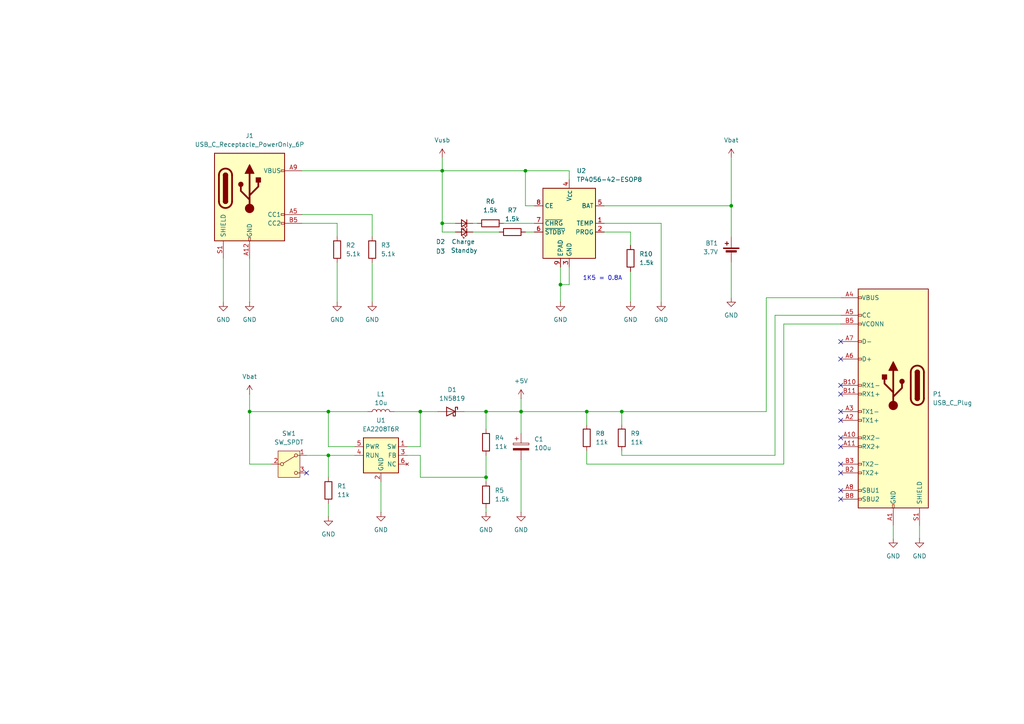
<source format=kicad_sch>
(kicad_sch (version 20250114) (generator "eeschema") (generator_version "9.0")
  (paper "A4")
  (lib_symbols
    (symbol "Battery_Management:TP4056-42-ESOP8"
      (property "Reference" "U" (at -6.604 11.684 0))
      (property "Value" "TP4056-42-ESOP8" (at 10.16 11.684 0))
      (symbol "TP4056-42-ESOP8_1_0"
        (pin input line (at -10.16 5.08 0) (length 2.54) (name "CE") (number "8"))
        (pin open_collector line (at -10.16 0 0) (length 2.54) (name "~{CHRG}") (number "7"))
        (pin open_collector line (at -10.16 -2.54 0) (length 2.54) (name "~{STDBY}") (number "6"))
        (pin passive line (at -2.54 -12.7 90) (length 2.54) (name "EPAD") (number "9"))
        (pin power_in line (at 0 12.7 270) (length 2.54) (name "V_{CC}") (number "4"))
        (pin power_in line (at 0 -12.7 90) (length 2.54) (name "GND") (number "3"))
        (pin power_out line (at 10.16 5.08 180) (length 2.54) (name "BAT") (number "5"))
        (pin input line (at 10.16 0 180) (length 2.54) (name "TEMP") (number "1"))
        (pin passive line (at 10.16 -2.54 180) (length 2.54) (name "PROG") (number "2"))
      )
      (symbol "TP4056-42-ESOP8_1_1"
        (rectangle (start -7.62 10.16) (end 7.62 -10.16) (stroke (width 0.254)) (fill (type background)))
      )
    )
    (symbol "Connector:USB_C_Plug" (pin_names (offset 1.016))
      (property "Reference" "P" (at -10.16 29.21 0))
      (property "Value" "USB_C_Plug" (at 10.16 29.21 0))
      (symbol "USB_C_Plug_0_0"
        (rectangle (start -0.254 -35.56) (end 0.254 -34.544))
        (rectangle (start 10.16 25.654) (end 9.144 25.146))
        (rectangle (start 10.16 20.574) (end 9.144 20.066))
        (rectangle (start 10.16 18.034) (end 9.144 17.526))
        (rectangle (start 10.16 12.954) (end 9.144 12.446))
        (rectangle (start 10.16 7.874) (end 9.144 7.366))
        (rectangle (start 10.16 0.254) (end 9.144 -0.254))
        (rectangle (start 10.16 -2.286) (end 9.144 -2.794))
        (rectangle (start 10.16 -7.366) (end 9.144 -7.874))
        (rectangle (start 10.16 -9.906) (end 9.144 -10.414))
        (rectangle (start 10.16 -14.986) (end 9.144 -15.494))
        (rectangle (start 10.16 -17.526) (end 9.144 -18.034))
        (rectangle (start 10.16 -22.606) (end 9.144 -23.114))
        (rectangle (start 10.16 -25.146) (end 9.144 -25.654))
        (rectangle (start 10.16 -30.226) (end 9.144 -30.734))
        (rectangle (start 10.16 -32.766) (end 9.144 -33.274))
      )
      (symbol "USB_C_Plug_0_1"
        (rectangle (start -10.16 27.94) (end 10.16 -35.56) (stroke (width 0.254)) (fill (type background)))
        (polyline (pts (xy -8.89 -3.81) (xy -8.89 3.81)) (stroke (width 0.508)))
        (rectangle (start -7.62 -3.81) (end -6.35 3.81) (stroke (width 0.254)) (fill (type outline)))
        (arc (start -7.62 3.81) (mid -6.985 4.4423) (end -6.35 3.81) (stroke (width 0.254)))
        (arc (start -7.62 3.81) (mid -6.985 4.4423) (end -6.35 3.81) (stroke (width 0.254)) (fill (type outline)))
        (arc (start -8.89 3.81) (mid -6.985 5.7067) (end -5.08 3.81) (stroke (width 0.508)))
        (arc (start -5.08 -3.81) (mid -6.985 -5.7067) (end -8.89 -3.81) (stroke (width 0.508)))
        (arc (start -6.35 -3.81) (mid -6.985 -4.4423) (end -7.62 -3.81) (stroke (width 0.254)))
        (arc (start -6.35 -3.81) (mid -6.985 -4.4423) (end -7.62 -3.81) (stroke (width 0.254)) (fill (type outline)))
        (polyline (pts (xy -5.08 3.81) (xy -5.08 -3.81)) (stroke (width 0.508)))
      )
      (symbol "USB_C_Plug_1_1"
        (circle (center -2.54 1.143) (radius 0.635) (stroke (width 0.254)) (fill (type outline)))
        (polyline (pts (xy -1.27 4.318) (xy 0 6.858) (xy 1.27 4.318) (xy -1.27 4.318)) (stroke (width 0.254)) (fill (type outline)))
        (polyline (pts (xy 0 -2.032) (xy 2.54 0.508) (xy 2.54 1.778)) (stroke (width 0.508)))
        (polyline (pts (xy 0 -3.302) (xy -2.54 -0.762) (xy -2.54 0.508)) (stroke (width 0.508)))
        (polyline (pts (xy 0 -5.842) (xy 0 4.318)) (stroke (width 0.508)))
        (circle (center 0 -5.842) (radius 1.27) (fill (type outline)))
        (rectangle (start 1.905 1.778) (end 3.175 3.048) (stroke (width 0.254)) (fill (type outline)))
        (pin passive line (at -7.62 -40.64 90) (length 5.08) (name "SHIELD") (number "S1"))
        (pin passive line (at 0 -40.64 90) (length 5.08) (name "GND") (number "A1"))
        (pin passive line (at 0 -40.64 90) (length 5.08) (hide yes) (name "GND") (number "A12"))
        (pin passive line (at 0 -40.64 90) (length 5.08) (hide yes) (name "GND") (number "B1"))
        (pin passive line (at 0 -40.64 90) (length 5.08) (hide yes) (name "GND") (number "B12"))
        (pin passive line (at 15.24 25.4 180) (length 5.08) (name "VBUS") (number "A4"))
        (pin passive line (at 15.24 25.4 180) (length 5.08) (hide yes) (name "VBUS") (number "A9"))
        (pin passive line (at 15.24 25.4 180) (length 5.08) (hide yes) (name "VBUS") (number "B4"))
        (pin passive line (at 15.24 25.4 180) (length 5.08) (hide yes) (name "VBUS") (number "B9"))
        (pin bidirectional line (at 15.24 20.32 180) (length 5.08) (name "CC") (number "A5"))
        (pin bidirectional line (at 15.24 17.78 180) (length 5.08) (name "VCONN") (number "B5"))
        (pin bidirectional line (at 15.24 12.7 180) (length 5.08) (name "D-") (number "A7"))
        (pin bidirectional line (at 15.24 7.62 180) (length 5.08) (name "D+") (number "A6"))
        (pin bidirectional line (at 15.24 0 180) (length 5.08) (name "RX1-") (number "B10"))
        (pin bidirectional line (at 15.24 -2.54 180) (length 5.08) (name "RX1+") (number "B11"))
        (pin bidirectional line (at 15.24 -7.62 180) (length 5.08) (name "TX1-") (number "A3"))
        (pin bidirectional line (at 15.24 -10.16 180) (length 5.08) (name "TX1+") (number "A2"))
        (pin bidirectional line (at 15.24 -15.24 180) (length 5.08) (name "RX2-") (number "A10"))
        (pin bidirectional line (at 15.24 -17.78 180) (length 5.08) (name "RX2+") (number "A11"))
        (pin bidirectional line (at 15.24 -22.86 180) (length 5.08) (name "TX2-") (number "B3"))
        (pin bidirectional line (at 15.24 -25.4 180) (length 5.08) (name "TX2+") (number "B2"))
        (pin bidirectional line (at 15.24 -30.48 180) (length 5.08) (name "SBU1") (number "A8"))
        (pin bidirectional line (at 15.24 -33.02 180) (length 5.08) (name "SBU2") (number "B8"))
      )
    )
    (symbol "Connector:USB_C_Receptacle_PowerOnly_6P" (pin_names (offset 1.016))
      (property "Reference" "J" (at 0 16.51 0))
      (property "Value" "USB_C_Receptacle_PowerOnly_6P" (at 0 13.97 0))
      (symbol "USB_C_Receptacle_PowerOnly_6P_0_0"
        (rectangle (start -0.254 -12.7) (end 0.254 -11.684))
        (rectangle (start 10.16 7.874) (end 9.144 7.366))
        (rectangle (start 10.16 -4.826) (end 9.144 -5.334))
        (rectangle (start 10.16 -7.366) (end 9.144 -7.874))
      )
      (symbol "USB_C_Receptacle_PowerOnly_6P_0_1"
        (rectangle (start -10.16 12.7) (end 10.16 -12.7) (stroke (width 0.254)) (fill (type background)))
        (polyline (pts (xy -8.89 -1.27) (xy -8.89 6.35)) (stroke (width 0.508)))
        (rectangle (start -7.62 -1.27) (end -6.35 6.35) (stroke (width 0.254)) (fill (type outline)))
        (arc (start -7.62 6.35) (mid -6.985 6.9823) (end -6.35 6.35) (stroke (width 0.254)))
        (arc (start -7.62 6.35) (mid -6.985 6.9823) (end -6.35 6.35) (stroke (width 0.254)) (fill (type outline)))
        (arc (start -8.89 6.35) (mid -6.985 8.2467) (end -5.08 6.35) (stroke (width 0.508)))
        (arc (start -5.08 -1.27) (mid -6.985 -3.1667) (end -8.89 -1.27) (stroke (width 0.508)))
        (arc (start -6.35 -1.27) (mid -6.985 -1.9023) (end -7.62 -1.27) (stroke (width 0.254)))
        (arc (start -6.35 -1.27) (mid -6.985 -1.9023) (end -7.62 -1.27) (stroke (width 0.254)) (fill (type outline)))
        (polyline (pts (xy -5.08 6.35) (xy -5.08 -1.27)) (stroke (width 0.508)))
        (circle (center -2.54 3.683) (radius 0.635) (stroke (width 0.254)) (fill (type outline)))
        (polyline (pts (xy -1.27 6.858) (xy 0 9.398) (xy 1.27 6.858) (xy -1.27 6.858)) (stroke (width 0.254)) (fill (type outline)))
        (polyline (pts (xy 0 0.508) (xy 2.54 3.048) (xy 2.54 4.318)) (stroke (width 0.508)))
        (polyline (pts (xy 0 -0.762) (xy -2.54 1.778) (xy -2.54 3.048)) (stroke (width 0.508)))
        (polyline (pts (xy 0 -3.302) (xy 0 6.858)) (stroke (width 0.508)))
        (circle (center 0 -3.302) (radius 1.27) (fill (type outline)))
        (rectangle (start 1.905 4.318) (end 3.175 5.588) (stroke (width 0.254)) (fill (type outline)))
      )
      (symbol "USB_C_Receptacle_PowerOnly_6P_1_1"
        (pin passive line (at -7.62 -17.78 90) (length 5.08) (name "SHIELD") (number "S1"))
        (pin passive line (at 0 -17.78 90) (length 5.08) (name "GND") (number "A12"))
        (pin passive line (at 0 -17.78 90) (length 5.08) (hide yes) (name "GND") (number "B12"))
        (pin passive line (at 15.24 7.62 180) (length 5.08) (name "VBUS") (number "A9"))
        (pin passive line (at 15.24 7.62 180) (length 5.08) (hide yes) (name "VBUS") (number "B9"))
        (pin bidirectional line (at 15.24 -5.08 180) (length 5.08) (name "CC1") (number "A5"))
        (pin bidirectional line (at 15.24 -7.62 180) (length 5.08) (name "CC2") (number "B5"))
      )
    )
    (symbol "Device:Battery_Cell" (pin_numbers (hide yes)) (pin_names (offset 0) (hide yes))
      (property "Reference" "BT" (at 2.54 2.54 0))
      (property "Value" "Battery_Cell" (at 2.54 0 0))
      (symbol "Battery_Cell_0_1"
        (rectangle (start -2.286 1.778) (end 2.286 1.524) (fill (type outline)))
        (rectangle (start -1.524 1.016) (end 1.524 0.508) (fill (type outline)))
        (polyline (pts (xy 0 1.778) (xy 0 2.54)))
        (polyline (pts (xy 0 0.762) (xy 0 0)))
        (polyline (pts (xy 0.762 3.048) (xy 1.778 3.048)) (stroke (width 0.254)))
        (polyline (pts (xy 1.27 3.556) (xy 1.27 2.54)) (stroke (width 0.254)))
      )
      (symbol "Battery_Cell_1_1"
        (pin passive line (at 0 5.08 270) (length 2.54) (name "+") (number "1"))
        (pin passive line (at 0 -2.54 90) (length 2.54) (name "-") (number "2"))
      )
    )
    (symbol "Device:C_Polarized" (pin_numbers (hide yes)) (pin_names (offset 0.254))
      (property "Reference" "C" (at 0.635 2.54 0))
      (property "Value" "C_Polarized" (at 0.635 -2.54 0))
      (symbol "C_Polarized_0_1"
        (rectangle (start -2.286 0.508) (end 2.286 1.016))
        (polyline (pts (xy -1.778 2.286) (xy -0.762 2.286)))
        (polyline (pts (xy -1.27 2.794) (xy -1.27 1.778)))
        (rectangle (start 2.286 -0.508) (end -2.286 -1.016) (fill (type outline)))
      )
      (symbol "C_Polarized_1_1"
        (pin passive line (at 0 3.81 270) (length 2.794) (name "~") (number "1"))
        (pin passive line (at 0 -3.81 90) (length 2.794) (name "~") (number "2"))
      )
    )
    (symbol "Device:L" (pin_numbers (hide yes)) (pin_names (offset 1.016) (hide yes))
      (property "Reference" "L" (at -1.27 0 90))
      (property "Value" "L" (at 1.905 0 90))
      (symbol "L_0_1"
        (arc (start 0 2.54) (mid 0.6323 1.905) (end 0 1.27))
        (arc (start 0 1.27) (mid 0.6323 0.635) (end 0 0))
        (arc (start 0 0) (mid 0.6323 -0.635) (end 0 -1.27))
        (arc (start 0 -1.27) (mid 0.6323 -1.905) (end 0 -2.54))
      )
      (symbol "L_1_1"
        (pin passive line (at 0 3.81 270) (length 1.27) (name "1") (number "1"))
        (pin passive line (at 0 -3.81 90) (length 1.27) (name "2") (number "2"))
      )
    )
    (symbol "Device:LED_Small" (pin_numbers (hide yes)) (pin_names (offset 0.254) (hide yes))
      (property "Reference" "D" (at -1.27 3.175 0))
      (property "Value" "LED_Small" (at -4.445 -2.54 0))
      (symbol "LED_Small_0_1"
        (polyline (pts (xy -0.762 -1.016) (xy -0.762 1.016)) (stroke (width 0.254)))
        (polyline (pts (xy 0 0.762) (xy -0.508 1.27) (xy -0.254 1.27) (xy -0.508 1.27) (xy -0.508 1.016)))
        (polyline (pts (xy 0.508 1.27) (xy 0 1.778) (xy 0.254 1.778) (xy 0 1.778) (xy 0 1.524)))
        (polyline (pts (xy 0.762 -1.016) (xy -0.762 0) (xy 0.762 1.016) (xy 0.762 -1.016)) (stroke (width 0.254)))
        (polyline (pts (xy 1.016 0) (xy -0.762 0)))
      )
      (symbol "LED_Small_1_1"
        (pin passive line (at -2.54 0 0) (length 1.778) (name "K") (number "1"))
        (pin passive line (at 2.54 0 180) (length 1.778) (name "A") (number "2"))
      )
    )
    (symbol "Device:R" (pin_numbers (hide yes)) (pin_names (offset 0))
      (property "Reference" "R" (at 2.032 0 90))
      (property "Value" "R" (at 0 0 90))
      (symbol "R_0_1"
        (rectangle (start -1.016 -2.54) (end 1.016 2.54) (stroke (width 0.254)))
      )
      (symbol "R_1_1"
        (pin passive line (at 0 3.81 270) (length 1.27) (name "~") (number "1"))
        (pin passive line (at 0 -3.81 90) (length 1.27) (name "~") (number "2"))
      )
    )
    (symbol "Diode:1N5819" (pin_numbers (hide yes)) (pin_names (offset 1.016) (hide yes))
      (property "Reference" "D" (at 0 2.54 0))
      (property "Value" "1N5819" (at 0 -2.54 0))
      (symbol "1N5819_0_1"
        (polyline (pts (xy -1.905 0.635) (xy -1.905 1.27) (xy -1.27 1.27) (xy -1.27 -1.27) (xy -0.635 -1.27) (xy -0.635 -0.635)) (stroke (width 0.254)))
        (polyline (pts (xy 1.27 1.27) (xy 1.27 -1.27) (xy -1.27 0) (xy 1.27 1.27)) (stroke (width 0.254)))
        (polyline (pts (xy 1.27 0) (xy -1.27 0)))
      )
      (symbol "1N5819_1_1"
        (pin passive line (at -3.81 0 0) (length 2.54) (name "K") (number "1"))
        (pin passive line (at 3.81 0 180) (length 2.54) (name "A") (number "2"))
      )
    )
    (symbol "Switch:SW_SPDT" (pin_names (offset 0) (hide yes))
      (property "Reference" "SW" (at 0 5.08 0))
      (property "Value" "SW_SPDT" (at 0 -5.08 0))
      (symbol "SW_SPDT_0_1"
        (circle (center -2.032 0) (radius 0.4572))
        (polyline (pts (xy -1.651 0.254) (xy 1.651 2.286)))
        (circle (center 2.032 2.54) (radius 0.4572))
        (circle (center 2.032 -2.54) (radius 0.4572))
      )
      (symbol "SW_SPDT_1_1"
        (rectangle (start -3.175 3.81) (end 3.175 -3.81) (fill (type background)))
        (pin passive line (at -5.08 0 0) (length 2.54) (name "B") (number "2"))
        (pin passive line (at 5.08 2.54 180) (length 2.54) (name "A") (number "1"))
        (pin passive line (at 5.08 -2.54 180) (length 2.54) (name "C") (number "3"))
      )
    )
    (symbol "TPS62A01PDDC_1"
      (property "Reference" "U10" (at 0 10.16 0))
      (property "Value" "EA2208T6R" (at 0 7.62 0))
      (symbol "TPS62A01PDDC_1_0_1"
        (rectangle (start -5.08 5.08) (end 5.08 -5.08) (stroke (width 0.254)) (fill (type background)))
      )
      (symbol "TPS62A01PDDC_1_1_1"
        (pin power_in line (at -7.62 2.54 0) (length 2.54) (name "PWR") (number "5"))
        (pin input line (at -7.62 0 0) (length 2.54) (name "RUN") (number "4"))
        (pin power_in line (at 0 -7.62 90) (length 2.54) (name "GND") (number "2"))
        (pin power_out line (at 7.62 2.54 180) (length 2.54) (name "SW") (number "1"))
        (pin input line (at 7.62 0 180) (length 2.54) (name "FB") (number "3"))
        (pin no_connect line (at 7.62 -2.54 180) (length 2.54) (name "NC") (number "6"))
      )
    )
    (symbol "power:+5V" (power) (pin_numbers (hide yes)) (pin_names (offset 0) (hide yes))
      (property "Value" "+5V" (at 0 3.556 0))
      (symbol "+5V_0_1"
        (polyline (pts (xy -0.762 1.27) (xy 0 2.54)))
        (polyline (pts (xy 0 2.54) (xy 0.762 1.27)))
        (polyline (pts (xy 0 0) (xy 0 2.54)))
      )
      (symbol "+5V_1_1"
        (pin power_in line (at 0 0 90) (length 0) (name "~") (number "1"))
      )
    )
    (symbol "power:+BATT" (power) (pin_numbers (hide yes)) (pin_names (offset 0) (hide yes))
      (property "Value" "+BATT" (at 0 3.556 0))
      (symbol "+BATT_0_1"
        (polyline (pts (xy -0.762 1.27) (xy 0 2.54)))
        (polyline (pts (xy 0 2.54) (xy 0.762 1.27)))
        (polyline (pts (xy 0 0) (xy 0 2.54)))
      )
      (symbol "+BATT_1_1"
        (pin power_in line (at 0 0 90) (length 0) (name "~") (number "1"))
      )
    )
    (symbol "power:GND" (power) (pin_numbers (hide yes)) (pin_names (offset 0) (hide yes))
      (property "Value" "GND" (at 0 -3.81 0))
      (symbol "GND_0_1"
        (polyline (pts (xy 0 0) (xy 0 -1.27) (xy 1.27 -1.27) (xy 0 -2.54) (xy -1.27 -1.27) (xy 0 -1.27)))
      )
      (symbol "GND_1_1"
        (pin power_in line (at 0 0 270) (length 0) (name "~") (number "1"))
      )
    )
  )
  (text "1K5 = 0.8A" (at 174.752 80.772 0) (effects (font (size 1.27 1.27))))
  (junction (at 140.97 119.38))
  (junction (at 151.13 119.38))
  (junction (at 95.25 119.38))
  (junction (at 121.92 119.38))
  (junction (at 95.25 132.08))
  (junction (at 180.34 119.38))
  (junction (at 162.56 82.55))
  (junction (at 212.09 59.69))
  (junction (at 128.27 49.53))
  (junction (at 170.18 119.38))
  (junction (at 152.4 49.53))
  (junction (at 72.39 119.38))
  (junction (at 128.27 64.77))
  (junction (at 140.97 138.43))
  (no_connect (at 243.84 111.76))
  (no_connect (at 243.84 134.62))
  (no_connect (at 243.84 137.16))
  (no_connect (at 243.84 127))
  (no_connect (at 88.9 137.16))
  (no_connect (at 243.84 121.92))
  (no_connect (at 243.84 114.3))
  (no_connect (at 243.84 119.38))
  (no_connect (at 243.84 129.54))
  (no_connect (at 243.84 104.14))
  (no_connect (at 243.84 144.78))
  (no_connect (at 243.84 99.06))
  (no_connect (at 243.84 142.24))
  (wire (pts (xy 170.18 134.62) (xy 227.33 134.62)))
  (wire (pts (xy 162.56 82.55) (xy 162.56 87.63)))
  (wire (pts (xy 140.97 132.08) (xy 140.97 138.43)))
  (wire (pts (xy 97.79 87.63) (xy 97.79 76.2)))
  (wire (pts (xy 175.26 64.77) (xy 191.77 64.77)))
  (wire (pts (xy 128.27 64.77) (xy 128.27 67.31)))
  (wire (pts (xy 87.63 49.53) (xy 128.27 49.53)))
  (wire (pts (xy 114.3 119.38) (xy 121.92 119.38)))
  (wire (pts (xy 72.39 119.38) (xy 72.39 134.62)))
  (wire (pts (xy 212.09 76.2) (xy 212.09 86.36)))
  (wire (pts (xy 224.79 91.44) (xy 224.79 132.08)))
  (wire (pts (xy 151.13 133.35) (xy 151.13 148.59)))
  (wire (pts (xy 180.34 130.81) (xy 180.34 132.08)))
  (wire (pts (xy 121.92 129.54) (xy 121.92 119.38)))
  (wire (pts (xy 95.25 119.38) (xy 106.68 119.38)))
  (wire (pts (xy 162.56 77.47) (xy 162.56 82.55)))
  (wire (pts (xy 140.97 119.38) (xy 140.97 124.46)))
  (wire (pts (xy 121.92 132.08) (xy 118.11 132.08)))
  (wire (pts (xy 154.94 59.69) (xy 152.4 59.69)))
  (wire (pts (xy 227.33 134.62) (xy 227.33 93.98)))
  (wire (pts (xy 128.27 49.53) (xy 152.4 49.53)))
  (wire (pts (xy 243.84 91.44) (xy 224.79 91.44)))
  (wire (pts (xy 72.39 87.63) (xy 72.39 74.93)))
  (wire (pts (xy 95.25 132.08) (xy 102.87 132.08)))
  (wire (pts (xy 259.08 156.21) (xy 259.08 152.4)))
  (wire (pts (xy 128.27 49.53) (xy 128.27 64.77)))
  (wire (pts (xy 165.1 82.55) (xy 162.56 82.55)))
  (wire (pts (xy 175.26 59.69) (xy 212.09 59.69)))
  (wire (pts (xy 87.63 62.23) (xy 107.95 62.23)))
  (wire (pts (xy 140.97 138.43) (xy 121.92 138.43)))
  (wire (pts (xy 152.4 67.31) (xy 154.94 67.31)))
  (wire (pts (xy 95.25 132.08) (xy 95.25 138.43)))
  (wire (pts (xy 128.27 49.53) (xy 128.27 45.72)))
  (wire (pts (xy 222.25 119.38) (xy 222.25 86.36)))
  (wire (pts (xy 72.39 114.3) (xy 72.39 119.38)))
  (wire (pts (xy 182.88 71.12) (xy 182.88 67.31)))
  (wire (pts (xy 165.1 49.53) (xy 165.1 52.07)))
  (wire (pts (xy 95.25 146.05) (xy 95.25 149.86)))
  (wire (pts (xy 182.88 78.74) (xy 182.88 87.63)))
  (wire (pts (xy 222.25 86.36) (xy 243.84 86.36)))
  (wire (pts (xy 102.87 129.54) (xy 95.25 129.54)))
  (wire (pts (xy 266.7 156.21) (xy 266.7 152.4)))
  (wire (pts (xy 151.13 119.38) (xy 151.13 125.73)))
  (wire (pts (xy 152.4 59.69) (xy 152.4 49.53)))
  (wire (pts (xy 191.77 64.77) (xy 191.77 87.63)))
  (wire (pts (xy 88.9 132.08) (xy 95.25 132.08)))
  (wire (pts (xy 152.4 49.53) (xy 165.1 49.53)))
  (wire (pts (xy 134.62 119.38) (xy 140.97 119.38)))
  (wire (pts (xy 170.18 119.38) (xy 170.18 123.19)))
  (wire (pts (xy 140.97 147.32) (xy 140.97 148.59)))
  (wire (pts (xy 121.92 138.43) (xy 121.92 132.08)))
  (wire (pts (xy 107.95 87.63) (xy 107.95 76.2)))
  (wire (pts (xy 140.97 138.43) (xy 140.97 139.7)))
  (wire (pts (xy 95.25 129.54) (xy 95.25 119.38)))
  (wire (pts (xy 107.95 62.23) (xy 107.95 68.58)))
  (wire (pts (xy 137.16 64.77) (xy 138.43 64.77)))
  (wire (pts (xy 180.34 132.08) (xy 224.79 132.08)))
  (wire (pts (xy 64.77 87.63) (xy 64.77 74.93)))
  (wire (pts (xy 78.74 134.62) (xy 72.39 134.62)))
  (wire (pts (xy 227.33 93.98) (xy 243.84 93.98)))
  (wire (pts (xy 128.27 67.31) (xy 132.08 67.31)))
  (wire (pts (xy 146.05 64.77) (xy 154.94 64.77)))
  (wire (pts (xy 110.49 139.7) (xy 110.49 148.59)))
  (wire (pts (xy 87.63 64.77) (xy 97.79 64.77)))
  (wire (pts (xy 128.27 64.77) (xy 132.08 64.77)))
  (wire (pts (xy 165.1 77.47) (xy 165.1 82.55)))
  (wire (pts (xy 72.39 119.38) (xy 95.25 119.38)))
  (wire (pts (xy 180.34 119.38) (xy 180.34 123.19)))
  (wire (pts (xy 175.26 67.31) (xy 182.88 67.31)))
  (wire (pts (xy 140.97 119.38) (xy 151.13 119.38)))
  (wire (pts (xy 212.09 59.69) (xy 212.09 68.58)))
  (wire (pts (xy 151.13 115.57) (xy 151.13 119.38)))
  (wire (pts (xy 170.18 134.62) (xy 170.18 130.81)))
  (wire (pts (xy 97.79 64.77) (xy 97.79 68.58)))
  (wire (pts (xy 212.09 45.72) (xy 212.09 59.69)))
  (wire (pts (xy 137.16 67.31) (xy 144.78 67.31)))
  (wire (pts (xy 118.11 129.54) (xy 121.92 129.54)))
  (wire (pts (xy 121.92 119.38) (xy 127 119.38)))
  (wire (pts (xy 170.18 119.38) (xy 180.34 119.38)))
  (wire (pts (xy 151.13 119.38) (xy 170.18 119.38)))
  (wire (pts (xy 180.34 119.38) (xy 222.25 119.38)))
  (symbol (lib_id "Device:R") (at 180.34 127 0) (unit 1)
    (property "Reference" "R9" (at 182.88 125.7299 0) (effects (justify left)))
    (property "Value" "11k" (at 182.88 128.2699 0) (effects (justify left)))
    (property "Footprint" "Resistor_THT:R_Axial_DIN0207_L6.3mm_D2.5mm_P10.16mm_Horizontal" (effects (hide yes)))
    (property "Description" "Resistor" (effects (hide yes)))
  )
  (symbol (lib_id "power:GND") (at 259.08 156.21 0) (unit 1)
    (property "Reference" "#PWR017" (effects (hide yes)))
    (property "Value" "GND" (at 259.08 161.29 0))
    (property "Description" "Power symbol creates a global label with name \"GND\" , ground" (effects (hide yes)))
  )
  (symbol (lib_id "Switch:SW_SPDT") (at 83.82 134.62 0) (unit 1)
    (property "Reference" "SW1" (at 83.82 125.73 0))
    (property "Value" "SW_SPDT" (at 83.82 128.27 0))
    (property "Footprint" "Connector_Molex:Molex_Micro-Fit_3.0_43650-0315_1x03_P3.00mm_Vertical" (effects (hide yes)))
    (property "Description" "Switch, single pole double throw" (effects (hide yes)))
  )
  (symbol (lib_id "power:GND") (at 191.77 87.63 0) (unit 1)
    (property "Reference" "#PWR014" (effects (hide yes)))
    (property "Value" "GND" (at 191.77 92.71 0))
    (property "Description" "Power symbol creates a global label with name \"GND\" , ground" (effects (hide yes)))
  )
  (symbol (lib_id "Device:R") (at 107.95 72.39 0) (unit 1)
    (property "Reference" "R3" (at 110.49 71.1199 0) (effects (justify left)))
    (property "Value" "5.1k" (at 110.49 73.6599 0) (effects (justify left)))
    (property "Footprint" "Resistor_THT:R_Axial_DIN0207_L6.3mm_D2.5mm_P10.16mm_Horizontal" (effects (hide yes)))
    (property "Description" "Resistor" (effects (hide yes)))
  )
  (symbol (lib_id "Device:L") (at 110.49 119.38 90) (unit 1)
    (property "Reference" "L1" (at 110.49 114.3 90))
    (property "Value" "10u" (at 110.49 116.84 90))
    (property "Footprint" "Inductor_SMD:L_7.3x7.3_H3.5" (effects (hide yes)))
    (property "Description" "Inductor" (effects (hide yes)))
  )
  (symbol (lib_id "Device:Battery_Cell") (at 212.09 73.66 0) (mirror y) (unit 1)
    (property "Reference" "BT1" (at 208.28 70.5484 0) (effects (justify left)))
    (property "Value" "3.7V" (at 208.28 73.0884 0) (effects (justify left)))
    (property "Footprint" "Battery:BatteryHolder_MPD_BK-18650-PC2" (effects (hide yes)))
    (property "Description" "Single-cell battery" (effects (hide yes)))
  )
  (symbol (lib_id "power:GND") (at 151.13 148.59 0) (unit 1)
    (property "Reference" "#PWR011" (effects (hide yes)))
    (property "Value" "GND" (at 151.13 153.67 0))
    (property "Description" "Power symbol creates a global label with name \"GND\" , ground" (effects (hide yes)))
  )
  (symbol (lib_id "power:GND") (at 140.97 148.59 0) (unit 1)
    (property "Reference" "#PWR09" (effects (hide yes)))
    (property "Value" "GND" (at 140.97 153.67 0))
    (property "Description" "Power symbol creates a global label with name \"GND\" , ground" (effects (hide yes)))
  )
  (symbol (lib_id "power:+5V") (at 128.27 45.72 0) (unit 1)
    (property "Reference" "#PWR08" (effects (hide yes)))
    (property "Value" "Vusb" (at 128.27 40.64 0))
    (property "Description" "Power symbol creates a global label with name \"+5V\"" (effects (hide yes)))
  )
  (symbol (lib_id "Device:C_Polarized") (at 151.13 129.54 0) (unit 1)
    (property "Reference" "C1" (at 154.94 127.3809 0) (effects (justify left)))
    (property "Value" "100u" (at 154.94 129.9209 0) (effects (justify left)))
    (property "Footprint" "Capacitor_THT:CP_Radial_D5.0mm_P2.00mm" (effects (hide yes)))
    (property "Description" "Polarized capacitor" (effects (hide yes)))
  )
  (symbol (lib_id "power:GND") (at 72.39 87.63 0) (unit 1)
    (property "Reference" "#PWR02" (effects (hide yes)))
    (property "Value" "GND" (at 72.39 92.71 0))
    (property "Description" "Power symbol creates a global label with name \"GND\" , ground" (effects (hide yes)))
  )
  (symbol (lib_id "Device:R") (at 97.79 72.39 0) (unit 1)
    (property "Reference" "R2" (at 100.33 71.1199 0) (effects (justify left)))
    (property "Value" "5.1k" (at 100.33 73.6599 0) (effects (justify left)))
    (property "Footprint" "Resistor_THT:R_Axial_DIN0207_L6.3mm_D2.5mm_P10.16mm_Horizontal" (effects (hide yes)))
    (property "Description" "Resistor" (effects (hide yes)))
  )
  (symbol (lib_id "Device:R") (at 170.18 127 0) (unit 1)
    (property "Reference" "R8" (at 172.72 125.7299 0) (effects (justify left)))
    (property "Value" "11k" (at 172.72 128.2699 0) (effects (justify left)))
    (property "Footprint" "Resistor_THT:R_Axial_DIN0207_L6.3mm_D2.5mm_P10.16mm_Horizontal" (effects (hide yes)))
    (property "Description" "Resistor" (effects (hide yes)))
  )
  (symbol (lib_id "Diode:1N5819") (at 130.81 119.38 0) (mirror y) (unit 1)
    (property "Reference" "D1" (at 131.1275 113.03 0))
    (property "Value" "1N5819" (at 131.1275 115.57 0))
    (property "Footprint" "Diode_THT:D_DO-41_SOD81_P10.16mm_Horizontal" (effects (hide yes)))
    (property "Datasheet" "http://www.vishay.com/docs/88525/1n5817.pdf" (effects (hide yes)))
    (property "Description" "40V 1A Schottky Barrier Rectifier Diode, DO-41" (effects (hide yes)))
  )
  (symbol (lib_id "power:+5V") (at 151.13 115.57 0) (unit 1)
    (property "Reference" "#PWR010" (effects (hide yes)))
    (property "Value" "+5V" (at 151.13 110.49 0))
    (property "Description" "Power symbol creates a global label with name \"+5V\"" (effects (hide yes)))
  )
  (symbol (lib_id "Device:LED_Small") (at 134.62 67.31 180) (unit 1)
    (property "Reference" "D3" (at 127.762 72.898 0))
    (property "Value" "Standby" (at 134.62 72.644 0))
    (property "Footprint" "LED_THT:LED_D5.0mm" (effects (hide yes)))
    (property "Description" "Light emitting diode, small symbol" (effects (hide yes)))
    (property "Sim.Pin" "1=K 2=A" (effects (hide yes)))
  )
  (symbol (lib_id "power:+BATT") (at 212.09 45.72 0) (unit 1)
    (property "Reference" "#PWR015" (effects (hide yes)))
    (property "Value" "Vbat" (at 212.09 40.64 0))
    (property "Description" "Power symbol creates a global label with name \"+BATT\"" (effects (hide yes)))
  )
  (symbol (lib_id "Device:R") (at 140.97 128.27 0) (unit 1)
    (property "Reference" "R4" (at 143.51 126.9999 0) (effects (justify left)))
    (property "Value" "11k" (at 143.51 129.5399 0) (effects (justify left)))
    (property "Footprint" "Resistor_THT:R_Axial_DIN0207_L6.3mm_D2.5mm_P10.16mm_Horizontal" (effects (hide yes)))
    (property "Description" "Resistor" (effects (hide yes)))
  )
  (symbol (lib_id "Device:R") (at 140.97 143.51 0) (unit 1)
    (property "Reference" "R5" (at 143.51 142.2399 0) (effects (justify left)))
    (property "Value" "1.5k" (at 143.51 144.7799 0) (effects (justify left)))
    (property "Footprint" "Resistor_THT:R_Axial_DIN0207_L6.3mm_D2.5mm_P10.16mm_Horizontal" (effects (hide yes)))
    (property "Description" "Resistor" (effects (hide yes)))
  )
  (symbol (lib_id "Connector:USB_C_Plug") (at 259.08 111.76 0) (mirror y) (unit 1)
    (property "Reference" "P1" (at 270.51 114.2999 0) (effects (justify right)))
    (property "Value" "USB_C_Plug" (at 270.51 116.8399 0) (effects (justify right)))
    (property "Footprint" "Connector_USB:USB_C_Plug_Molex_105444" (effects (hide yes)))
    (property "Datasheet" "https://www.usb.org/sites/default/files/documents/usb_type-c.zip" (effects (hide yes)))
    (property "Description" "USB Type-C Plug connector" (effects (hide yes)))
  )
  (symbol (lib_id "Device:R") (at 95.25 142.24 0) (unit 1)
    (property "Reference" "R1" (at 97.79 140.9699 0) (effects (justify left)))
    (property "Value" "11k" (at 97.79 143.5099 0) (effects (justify left)))
    (property "Footprint" "Resistor_THT:R_Axial_DIN0207_L6.3mm_D2.5mm_P10.16mm_Horizontal" (effects (hide yes)))
    (property "Description" "Resistor" (effects (hide yes)))
  )
  (symbol (lib_id "Battery_Management:TP4056-42-ESOP8") (at 165.1 64.77 0) (unit 1)
    (property "Reference" "U2" (at 167.2433 49.53 0) (effects (justify left)))
    (property "Value" "TP4056-42-ESOP8" (at 167.2433 52.07 0) (effects (justify left)))
    (property "Footprint" "Package_SO:SOIC-8-1EP_3.9x4.9mm_P1.27mm_EP2.41x3.3mm_ThermalVias" (effects (hide yes)))
    (property "Datasheet" "https://www.lcsc.com/datasheet/lcsc_datasheet_2410121619_TOPPOWER-Nanjing-Extension-Microelectronics-TP4056-42-ESOP8_C16581.pdf" (effects (hide yes)))
    (property "Description" "1A Standalone Linear Li-ion/LiPo single-cell battery charger, 4.2V ±1% charge voltage, VCC = 4.0..8.0V, SOIC-8 (SOP-8)" (effects (hide yes)))
  )
  (symbol (lib_id "Device:LED_Small") (at 134.62 64.77 180) (unit 1)
    (property "Reference" "D2" (at 127.762 70.104 0))
    (property "Value" "Charge" (at 134.366 70.104 0))
    (property "Footprint" "LED_THT:LED_D5.0mm" (effects (hide yes)))
    (property "Description" "Light emitting diode, small symbol" (effects (hide yes)))
    (property "Sim.Pin" "1=K 2=A" (effects (hide yes)))
  )
  (symbol (lib_name "TPS62A01PDDC_1") (lib_id "Regulator_Switching:TPS62A01PDDC") (at 110.49 132.08 0) (unit 1)
    (property "Reference" "U1" (at 110.49 121.92 0))
    (property "Value" "EA2208T6R" (at 110.49 124.46 0))
    (property "Footprint" "Package_TO_SOT_SMD:SOT-23-6" (effects (hide yes)))
    (property "Datasheet" "https://www.ti.com/lit/gpn/tps62a01" (effects (hide yes)))
    (property "Description" "High Efficiency Synchronous Buck Converter, Adjustable Output 0.6V-5.5V, 1A, Power Good, Enable, SOT-23-6" (effects (hide yes)))
  )
  (symbol (lib_id "power:GND") (at 107.95 87.63 0) (unit 1)
    (property "Reference" "#PWR06" (effects (hide yes)))
    (property "Value" "GND" (at 107.95 92.71 0))
    (property "Description" "Power symbol creates a global label with name \"GND\" , ground" (effects (hide yes)))
  )
  (symbol (lib_id "power:GND") (at 95.25 149.86 0) (unit 1)
    (property "Reference" "#PWR04" (effects (hide yes)))
    (property "Value" "GND" (at 95.25 154.94 0))
    (property "Description" "Power symbol creates a global label with name \"GND\" , ground" (effects (hide yes)))
  )
  (symbol (lib_id "power:GND") (at 162.56 87.63 0) (unit 1)
    (property "Reference" "#PWR012" (effects (hide yes)))
    (property "Value" "GND" (at 162.56 92.71 0))
    (property "Description" "Power symbol creates a global label with name \"GND\" , ground" (effects (hide yes)))
  )
  (symbol (lib_id "Device:R") (at 182.88 74.93 0) (unit 1)
    (property "Reference" "R10" (at 185.42 73.6599 0) (effects (justify left)))
    (property "Value" "1.5k" (at 185.42 76.1999 0) (effects (justify left)))
    (property "Footprint" "Resistor_THT:R_Axial_DIN0207_L6.3mm_D2.5mm_P10.16mm_Horizontal" (effects (hide yes)))
    (property "Description" "Resistor" (effects (hide yes)))
  )
  (symbol (lib_id "Connector:USB_C_Receptacle_PowerOnly_6P") (at 72.39 57.15 0) (unit 1)
    (property "Reference" "J1" (at 72.39 39.37 0))
    (property "Value" "USB_C_Receptacle_PowerOnly_6P" (at 72.39 41.91 0))
    (property "Footprint" "Connector_USB:USB_C_Receptacle_GCT_USB4125-xx-x-0190_6P_TopMnt_Horizontal" (effects (hide yes)))
    (property "Datasheet" "https://www.usb.org/sites/default/files/documents/usb_type-c.zip" (effects (hide yes)))
    (property "Description" "USB Power-Only 6P Type-C Receptacle connector" (effects (hide yes)))
  )
  (symbol (lib_id "power:GND") (at 212.09 86.36 0) (unit 1)
    (property "Reference" "#PWR016" (effects (hide yes)))
    (property "Value" "GND" (at 212.09 91.44 0))
    (property "Description" "Power symbol creates a global label with name \"GND\" , ground" (effects (hide yes)))
  )
  (symbol (lib_id "power:GND") (at 97.79 87.63 0) (unit 1)
    (property "Reference" "#PWR05" (effects (hide yes)))
    (property "Value" "GND" (at 97.79 92.71 0))
    (property "Description" "Power symbol creates a global label with name \"GND\" , ground" (effects (hide yes)))
  )
  (symbol (lib_id "power:GND") (at 110.49 148.59 0) (unit 1)
    (property "Reference" "#PWR07" (effects (hide yes)))
    (property "Value" "GND" (at 110.49 153.67 0))
    (property "Description" "Power symbol creates a global label with name \"GND\" , ground" (effects (hide yes)))
  )
  (symbol (lib_id "Device:R") (at 142.24 64.77 270) (unit 1)
    (property "Reference" "R6" (at 142.24 58.42 90))
    (property "Value" "1.5k" (at 142.24 60.96 90))
    (property "Footprint" "Resistor_THT:R_Axial_DIN0207_L6.3mm_D2.5mm_P10.16mm_Horizontal" (effects (hide yes)))
    (property "Description" "Resistor" (effects (hide yes)))
  )
  (symbol (lib_id "power:GND") (at 182.88 87.63 0) (unit 1)
    (property "Reference" "#PWR013" (effects (hide yes)))
    (property "Value" "GND" (at 182.88 92.71 0))
    (property "Description" "Power symbol creates a global label with name \"GND\" , ground" (effects (hide yes)))
  )
  (symbol (lib_id "power:GND") (at 266.7 156.21 0) (unit 1)
    (property "Reference" "#PWR018" (effects (hide yes)))
    (property "Value" "GND" (at 266.7 161.29 0))
    (property "Description" "Power symbol creates a global label with name \"GND\" , ground" (effects (hide yes)))
  )
  (symbol (lib_id "Device:R") (at 148.59 67.31 270) (unit 1)
    (property "Reference" "R7" (at 148.59 60.96 90))
    (property "Value" "1.5k" (at 148.59 63.5 90))
    (property "Footprint" "Resistor_THT:R_Axial_DIN0207_L6.3mm_D2.5mm_P10.16mm_Horizontal" (effects (hide yes)))
    (property "Description" "Resistor" (effects (hide yes)))
  )
  (symbol (lib_id "power:GND") (at 64.77 87.63 0) (unit 1)
    (property "Reference" "#PWR01" (effects (hide yes)))
    (property "Value" "GND" (at 64.77 92.71 0))
    (property "Description" "Power symbol creates a global label with name \"GND\" , ground" (effects (hide yes)))
  )
  (symbol (lib_id "power:+BATT") (at 72.39 114.3 0) (unit 1)
    (property "Reference" "#PWR03" (effects (hide yes)))
    (property "Value" "Vbat" (at 72.39 109.22 0))
    (property "Description" "Power symbol creates a global label with name \"+BATT\"" (effects (hide yes)))
  )
)
</source>
